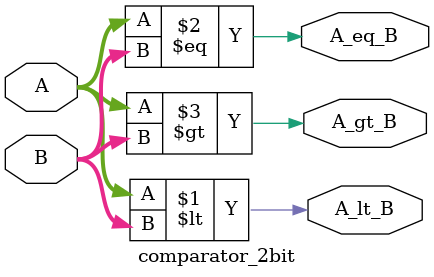
<source format=v>
module comparator_2bit(
    input [1:0] A, B,
    output A_lt_B,
    output A_eq_B,
    output A_gt_B
);

assign A_lt_B = (A < B);
assign A_eq_B = (A == B);
assign A_gt_B = (A > B);
endmodule
</source>
